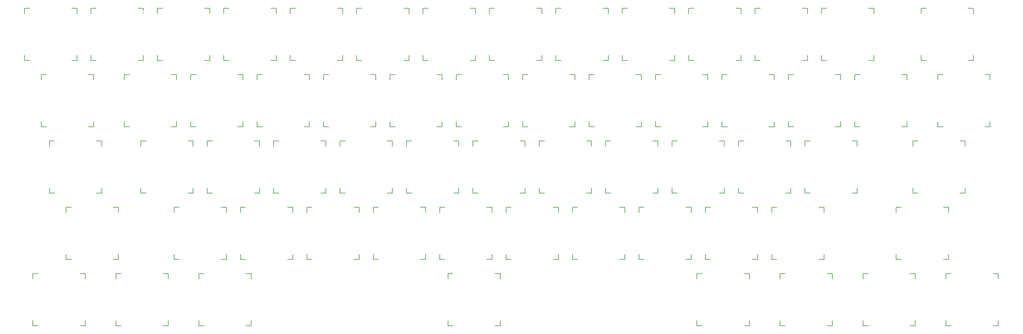
<source format=gbr>
%TF.GenerationSoftware,KiCad,Pcbnew,9.0.3*%
%TF.CreationDate,2025-08-02T20:14:01-05:00*%
%TF.ProjectId,my-keyboard,6d792d6b-6579-4626-9f61-72642e6b6963,1.0*%
%TF.SameCoordinates,Original*%
%TF.FileFunction,Legend,Top*%
%TF.FilePolarity,Positive*%
%FSLAX46Y46*%
G04 Gerber Fmt 4.6, Leading zero omitted, Abs format (unit mm)*
G04 Created by KiCad (PCBNEW 9.0.3) date 2025-08-02 20:14:01*
%MOMM*%
%LPD*%
G01*
G04 APERTURE LIST*
%ADD10C,0.140000*%
%ADD11C,1.700000*%
%ADD12C,4.000000*%
%ADD13C,3.987800*%
%ADD14R,1.700000X1.700000*%
%ADD15O,1.700000X1.700000*%
%ADD16C,3.200000*%
%ADD17C,0.650000*%
%ADD18O,1.000000X1.600000*%
%ADD19O,1.000000X2.100000*%
G04 APERTURE END LIST*
D10*
%TO.C,KEY4*%
X61252500Y-4860000D02*
X61252500Y-6360000D01*
X61252500Y-4860000D02*
X62752500Y-4860000D01*
X61252500Y-19860000D02*
X61252500Y-18360000D01*
X61252500Y-19860000D02*
X62752500Y-19860000D01*
X76252500Y-4860000D02*
X74752500Y-4860000D01*
X76252500Y-4860000D02*
X76252500Y-6360000D01*
X76252500Y-19860000D02*
X74752500Y-19860000D01*
X76252500Y-19860000D02*
X76252500Y-18360000D01*
%TO.C,KEY16*%
X32677500Y-23910000D02*
X32677500Y-25410000D01*
X32677500Y-23910000D02*
X34177500Y-23910000D01*
X32677500Y-38910000D02*
X32677500Y-37410000D01*
X32677500Y-38910000D02*
X34177500Y-38910000D01*
X47677500Y-23910000D02*
X46177500Y-23910000D01*
X47677500Y-23910000D02*
X47677500Y-25410000D01*
X47677500Y-38910000D02*
X46177500Y-38910000D01*
X47677500Y-38910000D02*
X47677500Y-37410000D01*
%TO.C,KEY47*%
X123165000Y-62010000D02*
X123165000Y-63510000D01*
X123165000Y-62010000D02*
X124665000Y-62010000D01*
X123165000Y-77010000D02*
X123165000Y-75510000D01*
X123165000Y-77010000D02*
X124665000Y-77010000D01*
X138165000Y-62010000D02*
X136665000Y-62010000D01*
X138165000Y-62010000D02*
X138165000Y-63510000D01*
X138165000Y-77010000D02*
X136665000Y-77010000D01*
X138165000Y-77010000D02*
X138165000Y-75510000D01*
%TO.C,KEY45*%
X85065000Y-62010000D02*
X85065000Y-63510000D01*
X85065000Y-62010000D02*
X86565000Y-62010000D01*
X85065000Y-77010000D02*
X85065000Y-75510000D01*
X85065000Y-77010000D02*
X86565000Y-77010000D01*
X100065000Y-62010000D02*
X98565000Y-62010000D01*
X100065000Y-62010000D02*
X100065000Y-63510000D01*
X100065000Y-77010000D02*
X98565000Y-77010000D01*
X100065000Y-77010000D02*
X100065000Y-75510000D01*
%TO.C,KEY48*%
X142215000Y-62010000D02*
X142215000Y-63510000D01*
X142215000Y-62010000D02*
X143715000Y-62010000D01*
X142215000Y-77010000D02*
X142215000Y-75510000D01*
X142215000Y-77010000D02*
X143715000Y-77010000D01*
X157215000Y-62010000D02*
X155715000Y-62010000D01*
X157215000Y-62010000D02*
X157215000Y-63510000D01*
X157215000Y-77010000D02*
X155715000Y-77010000D01*
X157215000Y-77010000D02*
X157215000Y-75510000D01*
%TO.C,KEY59*%
X220796250Y-81060000D02*
X220796250Y-82560000D01*
X220796250Y-81060000D02*
X222296250Y-81060000D01*
X220796250Y-96060000D02*
X220796250Y-94560000D01*
X220796250Y-96060000D02*
X222296250Y-96060000D01*
X235796250Y-81060000D02*
X234296250Y-81060000D01*
X235796250Y-81060000D02*
X235796250Y-82560000D01*
X235796250Y-96060000D02*
X234296250Y-96060000D01*
X235796250Y-96060000D02*
X235796250Y-94560000D01*
%TO.C,KEY21*%
X127927500Y-23910000D02*
X127927500Y-25410000D01*
X127927500Y-23910000D02*
X129427500Y-23910000D01*
X127927500Y-38910000D02*
X127927500Y-37410000D01*
X127927500Y-38910000D02*
X129427500Y-38910000D01*
X142927500Y-23910000D02*
X141427500Y-23910000D01*
X142927500Y-23910000D02*
X142927500Y-25410000D01*
X142927500Y-38910000D02*
X141427500Y-38910000D01*
X142927500Y-38910000D02*
X142927500Y-37410000D01*
%TO.C,KEY58*%
X196983750Y-81060000D02*
X196983750Y-82560000D01*
X196983750Y-81060000D02*
X198483750Y-81060000D01*
X196983750Y-96060000D02*
X196983750Y-94560000D01*
X196983750Y-96060000D02*
X198483750Y-96060000D01*
X211983750Y-81060000D02*
X210483750Y-81060000D01*
X211983750Y-81060000D02*
X211983750Y-82560000D01*
X211983750Y-96060000D02*
X210483750Y-96060000D01*
X211983750Y-96060000D02*
X211983750Y-94560000D01*
%TO.C,KEY32*%
X75540000Y-42960000D02*
X75540000Y-44460000D01*
X75540000Y-42960000D02*
X77040000Y-42960000D01*
X75540000Y-57960000D02*
X75540000Y-56460000D01*
X75540000Y-57960000D02*
X77040000Y-57960000D01*
X90540000Y-42960000D02*
X89040000Y-42960000D01*
X90540000Y-42960000D02*
X90540000Y-44460000D01*
X90540000Y-57960000D02*
X89040000Y-57960000D01*
X90540000Y-57960000D02*
X90540000Y-56460000D01*
%TO.C,KEY6*%
X99352500Y-4860000D02*
X99352500Y-6360000D01*
X99352500Y-4860000D02*
X100852500Y-4860000D01*
X99352500Y-19860000D02*
X99352500Y-18360000D01*
X99352500Y-19860000D02*
X100852500Y-19860000D01*
X114352500Y-4860000D02*
X112852500Y-4860000D01*
X114352500Y-4860000D02*
X114352500Y-6360000D01*
X114352500Y-19860000D02*
X112852500Y-19860000D01*
X114352500Y-19860000D02*
X114352500Y-18360000D01*
%TO.C,KEY53*%
X254133750Y-62010000D02*
X254133750Y-63510000D01*
X254133750Y-62010000D02*
X255633750Y-62010000D01*
X254133750Y-77010000D02*
X254133750Y-75510000D01*
X254133750Y-77010000D02*
X255633750Y-77010000D01*
X269133750Y-62010000D02*
X267633750Y-62010000D01*
X269133750Y-62010000D02*
X269133750Y-63510000D01*
X269133750Y-77010000D02*
X267633750Y-77010000D01*
X269133750Y-77010000D02*
X269133750Y-75510000D01*
%TO.C,KEY26*%
X223177500Y-23910000D02*
X223177500Y-25410000D01*
X223177500Y-23910000D02*
X224677500Y-23910000D01*
X223177500Y-38910000D02*
X223177500Y-37410000D01*
X223177500Y-38910000D02*
X224677500Y-38910000D01*
X238177500Y-23910000D02*
X236677500Y-23910000D01*
X238177500Y-23910000D02*
X238177500Y-25410000D01*
X238177500Y-38910000D02*
X236677500Y-38910000D01*
X238177500Y-38910000D02*
X238177500Y-37410000D01*
%TO.C,KEY15*%
X8865000Y-23910000D02*
X8865000Y-25410000D01*
X8865000Y-23910000D02*
X10365000Y-23910000D01*
X8865000Y-38910000D02*
X8865000Y-37410000D01*
X8865000Y-38910000D02*
X10365000Y-38910000D01*
X23865000Y-23910000D02*
X22365000Y-23910000D01*
X23865000Y-23910000D02*
X23865000Y-25410000D01*
X23865000Y-38910000D02*
X22365000Y-38910000D01*
X23865000Y-38910000D02*
X23865000Y-37410000D01*
%TO.C,KEY55*%
X30296250Y-81060000D02*
X30296250Y-82560000D01*
X30296250Y-81060000D02*
X31796250Y-81060000D01*
X30296250Y-96060000D02*
X30296250Y-94560000D01*
X30296250Y-96060000D02*
X31796250Y-96060000D01*
X45296250Y-81060000D02*
X43796250Y-81060000D01*
X45296250Y-81060000D02*
X45296250Y-82560000D01*
X45296250Y-96060000D02*
X43796250Y-96060000D01*
X45296250Y-96060000D02*
X45296250Y-94560000D01*
%TO.C,KEY29*%
X11246250Y-42960000D02*
X11246250Y-44460000D01*
X11246250Y-42960000D02*
X12746250Y-42960000D01*
X11246250Y-57960000D02*
X11246250Y-56460000D01*
X11246250Y-57960000D02*
X12746250Y-57960000D01*
X26246250Y-42960000D02*
X24746250Y-42960000D01*
X26246250Y-42960000D02*
X26246250Y-44460000D01*
X26246250Y-57960000D02*
X24746250Y-57960000D01*
X26246250Y-57960000D02*
X26246250Y-56460000D01*
%TO.C,KEY46*%
X104115000Y-62010000D02*
X104115000Y-63510000D01*
X104115000Y-62010000D02*
X105615000Y-62010000D01*
X104115000Y-77010000D02*
X104115000Y-75510000D01*
X104115000Y-77010000D02*
X105615000Y-77010000D01*
X119115000Y-62010000D02*
X117615000Y-62010000D01*
X119115000Y-62010000D02*
X119115000Y-63510000D01*
X119115000Y-77010000D02*
X117615000Y-77010000D01*
X119115000Y-77010000D02*
X119115000Y-75510000D01*
%TO.C,KEY35*%
X132690000Y-42960000D02*
X132690000Y-44460000D01*
X132690000Y-42960000D02*
X134190000Y-42960000D01*
X132690000Y-57960000D02*
X132690000Y-56460000D01*
X132690000Y-57960000D02*
X134190000Y-57960000D01*
X147690000Y-42960000D02*
X146190000Y-42960000D01*
X147690000Y-42960000D02*
X147690000Y-44460000D01*
X147690000Y-57960000D02*
X146190000Y-57960000D01*
X147690000Y-57960000D02*
X147690000Y-56460000D01*
%TO.C,KEY31*%
X56490000Y-42960000D02*
X56490000Y-44460000D01*
X56490000Y-42960000D02*
X57990000Y-42960000D01*
X56490000Y-57960000D02*
X56490000Y-56460000D01*
X56490000Y-57960000D02*
X57990000Y-57960000D01*
X71490000Y-42960000D02*
X69990000Y-42960000D01*
X71490000Y-42960000D02*
X71490000Y-44460000D01*
X71490000Y-57960000D02*
X69990000Y-57960000D01*
X71490000Y-57960000D02*
X71490000Y-56460000D01*
%TO.C,KEY19*%
X89827500Y-23910000D02*
X89827500Y-25410000D01*
X89827500Y-23910000D02*
X91327500Y-23910000D01*
X89827500Y-38910000D02*
X89827500Y-37410000D01*
X89827500Y-38910000D02*
X91327500Y-38910000D01*
X104827500Y-23910000D02*
X103327500Y-23910000D01*
X104827500Y-23910000D02*
X104827500Y-25410000D01*
X104827500Y-38910000D02*
X103327500Y-38910000D01*
X104827500Y-38910000D02*
X104827500Y-37410000D01*
%TO.C,KEY8*%
X137452500Y-4860000D02*
X137452500Y-6360000D01*
X137452500Y-4860000D02*
X138952500Y-4860000D01*
X137452500Y-19860000D02*
X137452500Y-18360000D01*
X137452500Y-19860000D02*
X138952500Y-19860000D01*
X152452500Y-4860000D02*
X150952500Y-4860000D01*
X152452500Y-4860000D02*
X152452500Y-6360000D01*
X152452500Y-19860000D02*
X150952500Y-19860000D01*
X152452500Y-19860000D02*
X152452500Y-18360000D01*
%TO.C,KEY37*%
X170790000Y-42960000D02*
X170790000Y-44460000D01*
X170790000Y-42960000D02*
X172290000Y-42960000D01*
X170790000Y-57960000D02*
X170790000Y-56460000D01*
X170790000Y-57960000D02*
X172290000Y-57960000D01*
X185790000Y-42960000D02*
X184290000Y-42960000D01*
X185790000Y-42960000D02*
X185790000Y-44460000D01*
X185790000Y-57960000D02*
X184290000Y-57960000D01*
X185790000Y-57960000D02*
X185790000Y-56460000D01*
%TO.C,KEY54*%
X6483750Y-81060000D02*
X6483750Y-82560000D01*
X6483750Y-81060000D02*
X7983750Y-81060000D01*
X6483750Y-96060000D02*
X6483750Y-94560000D01*
X6483750Y-96060000D02*
X7983750Y-96060000D01*
X21483750Y-81060000D02*
X19983750Y-81060000D01*
X21483750Y-81060000D02*
X21483750Y-82560000D01*
X21483750Y-96060000D02*
X19983750Y-96060000D01*
X21483750Y-96060000D02*
X21483750Y-94560000D01*
%TO.C,KEY23*%
X166027500Y-23910000D02*
X166027500Y-25410000D01*
X166027500Y-23910000D02*
X167527500Y-23910000D01*
X166027500Y-38910000D02*
X166027500Y-37410000D01*
X166027500Y-38910000D02*
X167527500Y-38910000D01*
X181027500Y-23910000D02*
X179527500Y-23910000D01*
X181027500Y-23910000D02*
X181027500Y-25410000D01*
X181027500Y-38910000D02*
X179527500Y-38910000D01*
X181027500Y-38910000D02*
X181027500Y-37410000D01*
%TO.C,KEY17*%
X51727500Y-23910000D02*
X51727500Y-25410000D01*
X51727500Y-23910000D02*
X53227500Y-23910000D01*
X51727500Y-38910000D02*
X51727500Y-37410000D01*
X51727500Y-38910000D02*
X53227500Y-38910000D01*
X66727500Y-23910000D02*
X65227500Y-23910000D01*
X66727500Y-23910000D02*
X66727500Y-25410000D01*
X66727500Y-38910000D02*
X65227500Y-38910000D01*
X66727500Y-38910000D02*
X66727500Y-37410000D01*
%TO.C,KEY7*%
X118402500Y-4860000D02*
X118402500Y-6360000D01*
X118402500Y-4860000D02*
X119902500Y-4860000D01*
X118402500Y-19860000D02*
X118402500Y-18360000D01*
X118402500Y-19860000D02*
X119902500Y-19860000D01*
X133402500Y-4860000D02*
X131902500Y-4860000D01*
X133402500Y-4860000D02*
X133402500Y-6360000D01*
X133402500Y-19860000D02*
X131902500Y-19860000D01*
X133402500Y-19860000D02*
X133402500Y-18360000D01*
%TO.C,KEY11*%
X194602500Y-4860000D02*
X194602500Y-6360000D01*
X194602500Y-4860000D02*
X196102500Y-4860000D01*
X194602500Y-19860000D02*
X194602500Y-18360000D01*
X194602500Y-19860000D02*
X196102500Y-19860000D01*
X209602500Y-4860000D02*
X208102500Y-4860000D01*
X209602500Y-4860000D02*
X209602500Y-6360000D01*
X209602500Y-19860000D02*
X208102500Y-19860000D01*
X209602500Y-19860000D02*
X209602500Y-18360000D01*
%TO.C,KEY60*%
X244608750Y-81060000D02*
X244608750Y-82560000D01*
X244608750Y-81060000D02*
X246108750Y-81060000D01*
X244608750Y-96060000D02*
X244608750Y-94560000D01*
X244608750Y-96060000D02*
X246108750Y-96060000D01*
X259608750Y-81060000D02*
X258108750Y-81060000D01*
X259608750Y-81060000D02*
X259608750Y-82560000D01*
X259608750Y-96060000D02*
X258108750Y-96060000D01*
X259608750Y-96060000D02*
X259608750Y-94560000D01*
%TO.C,KEY51*%
X199365000Y-62010000D02*
X199365000Y-63510000D01*
X199365000Y-62010000D02*
X200865000Y-62010000D01*
X199365000Y-77010000D02*
X199365000Y-75510000D01*
X199365000Y-77010000D02*
X200865000Y-77010000D01*
X214365000Y-62010000D02*
X212865000Y-62010000D01*
X214365000Y-62010000D02*
X214365000Y-63510000D01*
X214365000Y-77010000D02*
X212865000Y-77010000D01*
X214365000Y-77010000D02*
X214365000Y-75510000D01*
%TO.C,KEY25*%
X204127500Y-23910000D02*
X204127500Y-25410000D01*
X204127500Y-23910000D02*
X205627500Y-23910000D01*
X204127500Y-38910000D02*
X204127500Y-37410000D01*
X204127500Y-38910000D02*
X205627500Y-38910000D01*
X219127500Y-23910000D02*
X217627500Y-23910000D01*
X219127500Y-23910000D02*
X219127500Y-25410000D01*
X219127500Y-38910000D02*
X217627500Y-38910000D01*
X219127500Y-38910000D02*
X219127500Y-37410000D01*
%TO.C,KEY9*%
X156502500Y-4860000D02*
X156502500Y-6360000D01*
X156502500Y-4860000D02*
X158002500Y-4860000D01*
X156502500Y-19860000D02*
X156502500Y-18360000D01*
X156502500Y-19860000D02*
X158002500Y-19860000D01*
X171502500Y-4860000D02*
X170002500Y-4860000D01*
X171502500Y-4860000D02*
X171502500Y-6360000D01*
X171502500Y-19860000D02*
X170002500Y-19860000D01*
X171502500Y-19860000D02*
X171502500Y-18360000D01*
%TO.C,KEY30*%
X37440000Y-42960000D02*
X37440000Y-44460000D01*
X37440000Y-42960000D02*
X38940000Y-42960000D01*
X37440000Y-57960000D02*
X37440000Y-56460000D01*
X37440000Y-57960000D02*
X38940000Y-57960000D01*
X52440000Y-42960000D02*
X50940000Y-42960000D01*
X52440000Y-42960000D02*
X52440000Y-44460000D01*
X52440000Y-57960000D02*
X50940000Y-57960000D01*
X52440000Y-57960000D02*
X52440000Y-56460000D01*
%TO.C,KEY42*%
X16008750Y-62010000D02*
X16008750Y-63510000D01*
X16008750Y-62010000D02*
X17508750Y-62010000D01*
X16008750Y-77010000D02*
X16008750Y-75510000D01*
X16008750Y-77010000D02*
X17508750Y-77010000D01*
X31008750Y-62010000D02*
X29508750Y-62010000D01*
X31008750Y-62010000D02*
X31008750Y-63510000D01*
X31008750Y-77010000D02*
X29508750Y-77010000D01*
X31008750Y-77010000D02*
X31008750Y-75510000D01*
%TO.C,KEY22*%
X146977500Y-23910000D02*
X146977500Y-25410000D01*
X146977500Y-23910000D02*
X148477500Y-23910000D01*
X146977500Y-38910000D02*
X146977500Y-37410000D01*
X146977500Y-38910000D02*
X148477500Y-38910000D01*
X161977500Y-23910000D02*
X160477500Y-23910000D01*
X161977500Y-23910000D02*
X161977500Y-25410000D01*
X161977500Y-38910000D02*
X160477500Y-38910000D01*
X161977500Y-38910000D02*
X161977500Y-37410000D01*
%TO.C,KEY27*%
X242227500Y-23910000D02*
X242227500Y-25410000D01*
X242227500Y-23910000D02*
X243727500Y-23910000D01*
X242227500Y-38910000D02*
X242227500Y-37410000D01*
X242227500Y-38910000D02*
X243727500Y-38910000D01*
X257227500Y-23910000D02*
X255727500Y-23910000D01*
X257227500Y-23910000D02*
X257227500Y-25410000D01*
X257227500Y-38910000D02*
X255727500Y-38910000D01*
X257227500Y-38910000D02*
X257227500Y-37410000D01*
%TO.C,KEY33*%
X94590000Y-42960000D02*
X94590000Y-44460000D01*
X94590000Y-42960000D02*
X96090000Y-42960000D01*
X94590000Y-57960000D02*
X94590000Y-56460000D01*
X94590000Y-57960000D02*
X96090000Y-57960000D01*
X109590000Y-42960000D02*
X108090000Y-42960000D01*
X109590000Y-42960000D02*
X109590000Y-44460000D01*
X109590000Y-57960000D02*
X108090000Y-57960000D01*
X109590000Y-57960000D02*
X109590000Y-56460000D01*
%TO.C,KEY14*%
X261277500Y-4860000D02*
X261277500Y-6360000D01*
X261277500Y-4860000D02*
X262777500Y-4860000D01*
X261277500Y-19860000D02*
X261277500Y-18360000D01*
X261277500Y-19860000D02*
X262777500Y-19860000D01*
X276277500Y-4860000D02*
X274777500Y-4860000D01*
X276277500Y-4860000D02*
X276277500Y-6360000D01*
X276277500Y-19860000D02*
X274777500Y-19860000D01*
X276277500Y-19860000D02*
X276277500Y-18360000D01*
%TO.C,KEY41*%
X258896250Y-42960000D02*
X258896250Y-44460000D01*
X258896250Y-42960000D02*
X260396250Y-42960000D01*
X258896250Y-57960000D02*
X258896250Y-56460000D01*
X258896250Y-57960000D02*
X260396250Y-57960000D01*
X273896250Y-42960000D02*
X272396250Y-42960000D01*
X273896250Y-42960000D02*
X273896250Y-44460000D01*
X273896250Y-57960000D02*
X272396250Y-57960000D01*
X273896250Y-57960000D02*
X273896250Y-56460000D01*
%TO.C,KEY28*%
X266040000Y-23910000D02*
X266040000Y-25410000D01*
X266040000Y-23910000D02*
X267540000Y-23910000D01*
X266040000Y-38910000D02*
X266040000Y-37410000D01*
X266040000Y-38910000D02*
X267540000Y-38910000D01*
X281040000Y-23910000D02*
X279540000Y-23910000D01*
X281040000Y-23910000D02*
X281040000Y-25410000D01*
X281040000Y-38910000D02*
X279540000Y-38910000D01*
X281040000Y-38910000D02*
X281040000Y-37410000D01*
%TO.C,KEY18*%
X70777500Y-23910000D02*
X70777500Y-25410000D01*
X70777500Y-23910000D02*
X72277500Y-23910000D01*
X70777500Y-38910000D02*
X70777500Y-37410000D01*
X70777500Y-38910000D02*
X72277500Y-38910000D01*
X85777500Y-23910000D02*
X84277500Y-23910000D01*
X85777500Y-23910000D02*
X85777500Y-25410000D01*
X85777500Y-38910000D02*
X84277500Y-38910000D01*
X85777500Y-38910000D02*
X85777500Y-37410000D01*
%TO.C,KEY57*%
X125546250Y-81060000D02*
X125546250Y-82560000D01*
X125546250Y-81060000D02*
X127046250Y-81060000D01*
X125546250Y-96060000D02*
X125546250Y-94560000D01*
X125546250Y-96060000D02*
X127046250Y-96060000D01*
X140546250Y-81060000D02*
X139046250Y-81060000D01*
X140546250Y-81060000D02*
X140546250Y-82560000D01*
X140546250Y-96060000D02*
X139046250Y-96060000D01*
X140546250Y-96060000D02*
X140546250Y-94560000D01*
%TO.C,KEY61*%
X268421250Y-81060000D02*
X268421250Y-82560000D01*
X268421250Y-81060000D02*
X269921250Y-81060000D01*
X268421250Y-96060000D02*
X268421250Y-94560000D01*
X268421250Y-96060000D02*
X269921250Y-96060000D01*
X283421250Y-81060000D02*
X281921250Y-81060000D01*
X283421250Y-81060000D02*
X283421250Y-82560000D01*
X283421250Y-96060000D02*
X281921250Y-96060000D01*
X283421250Y-96060000D02*
X283421250Y-94560000D01*
%TO.C,KEY40*%
X227940000Y-42960000D02*
X227940000Y-44460000D01*
X227940000Y-42960000D02*
X229440000Y-42960000D01*
X227940000Y-57960000D02*
X227940000Y-56460000D01*
X227940000Y-57960000D02*
X229440000Y-57960000D01*
X242940000Y-42960000D02*
X241440000Y-42960000D01*
X242940000Y-42960000D02*
X242940000Y-44460000D01*
X242940000Y-57960000D02*
X241440000Y-57960000D01*
X242940000Y-57960000D02*
X242940000Y-56460000D01*
%TO.C,KEY5*%
X80302500Y-4860000D02*
X80302500Y-6360000D01*
X80302500Y-4860000D02*
X81802500Y-4860000D01*
X80302500Y-19860000D02*
X80302500Y-18360000D01*
X80302500Y-19860000D02*
X81802500Y-19860000D01*
X95302500Y-4860000D02*
X93802500Y-4860000D01*
X95302500Y-4860000D02*
X95302500Y-6360000D01*
X95302500Y-19860000D02*
X93802500Y-19860000D01*
X95302500Y-19860000D02*
X95302500Y-18360000D01*
%TO.C,KEY3*%
X42202500Y-4860000D02*
X42202500Y-6360000D01*
X42202500Y-4860000D02*
X43702500Y-4860000D01*
X42202500Y-19860000D02*
X42202500Y-18360000D01*
X42202500Y-19860000D02*
X43702500Y-19860000D01*
X57202500Y-4860000D02*
X55702500Y-4860000D01*
X57202500Y-4860000D02*
X57202500Y-6360000D01*
X57202500Y-19860000D02*
X55702500Y-19860000D01*
X57202500Y-19860000D02*
X57202500Y-18360000D01*
%TO.C,KEY52*%
X218415000Y-62010000D02*
X218415000Y-63510000D01*
X218415000Y-62010000D02*
X219915000Y-62010000D01*
X218415000Y-77010000D02*
X218415000Y-75510000D01*
X218415000Y-77010000D02*
X219915000Y-77010000D01*
X233415000Y-62010000D02*
X231915000Y-62010000D01*
X233415000Y-62010000D02*
X233415000Y-63510000D01*
X233415000Y-77010000D02*
X231915000Y-77010000D01*
X233415000Y-77010000D02*
X233415000Y-75510000D01*
%TO.C,KEY56*%
X54108750Y-81060000D02*
X54108750Y-82560000D01*
X54108750Y-81060000D02*
X55608750Y-81060000D01*
X54108750Y-96060000D02*
X54108750Y-94560000D01*
X54108750Y-96060000D02*
X55608750Y-96060000D01*
X69108750Y-81060000D02*
X67608750Y-81060000D01*
X69108750Y-81060000D02*
X69108750Y-82560000D01*
X69108750Y-96060000D02*
X67608750Y-96060000D01*
X69108750Y-96060000D02*
X69108750Y-94560000D01*
%TO.C,KEY20*%
X108877500Y-23910000D02*
X108877500Y-25410000D01*
X108877500Y-23910000D02*
X110377500Y-23910000D01*
X108877500Y-38910000D02*
X108877500Y-37410000D01*
X108877500Y-38910000D02*
X110377500Y-38910000D01*
X123877500Y-23910000D02*
X122377500Y-23910000D01*
X123877500Y-23910000D02*
X123877500Y-25410000D01*
X123877500Y-38910000D02*
X122377500Y-38910000D01*
X123877500Y-38910000D02*
X123877500Y-37410000D01*
%TO.C,KEY12*%
X213652500Y-4860000D02*
X213652500Y-6360000D01*
X213652500Y-4860000D02*
X215152500Y-4860000D01*
X213652500Y-19860000D02*
X213652500Y-18360000D01*
X213652500Y-19860000D02*
X215152500Y-19860000D01*
X228652500Y-4860000D02*
X227152500Y-4860000D01*
X228652500Y-4860000D02*
X228652500Y-6360000D01*
X228652500Y-19860000D02*
X227152500Y-19860000D01*
X228652500Y-19860000D02*
X228652500Y-18360000D01*
%TO.C,KEY39*%
X208890000Y-42960000D02*
X208890000Y-44460000D01*
X208890000Y-42960000D02*
X210390000Y-42960000D01*
X208890000Y-57960000D02*
X208890000Y-56460000D01*
X208890000Y-57960000D02*
X210390000Y-57960000D01*
X223890000Y-42960000D02*
X222390000Y-42960000D01*
X223890000Y-42960000D02*
X223890000Y-44460000D01*
X223890000Y-57960000D02*
X222390000Y-57960000D01*
X223890000Y-57960000D02*
X223890000Y-56460000D01*
%TO.C,KEY1*%
X4102500Y-4860000D02*
X4102500Y-6360000D01*
X4102500Y-4860000D02*
X5602500Y-4860000D01*
X4102500Y-19860000D02*
X4102500Y-18360000D01*
X4102500Y-19860000D02*
X5602500Y-19860000D01*
X19102500Y-4860000D02*
X17602500Y-4860000D01*
X19102500Y-4860000D02*
X19102500Y-6360000D01*
X19102500Y-19860000D02*
X17602500Y-19860000D01*
X19102500Y-19860000D02*
X19102500Y-18360000D01*
%TO.C,KEY24*%
X185077500Y-23910000D02*
X185077500Y-25410000D01*
X185077500Y-23910000D02*
X186577500Y-23910000D01*
X185077500Y-38910000D02*
X185077500Y-37410000D01*
X185077500Y-38910000D02*
X186577500Y-38910000D01*
X200077500Y-23910000D02*
X198577500Y-23910000D01*
X200077500Y-23910000D02*
X200077500Y-25410000D01*
X200077500Y-38910000D02*
X198577500Y-38910000D01*
X200077500Y-38910000D02*
X200077500Y-37410000D01*
%TO.C,KEY43*%
X46965000Y-62010000D02*
X46965000Y-63510000D01*
X46965000Y-62010000D02*
X48465000Y-62010000D01*
X46965000Y-77010000D02*
X46965000Y-75510000D01*
X46965000Y-77010000D02*
X48465000Y-77010000D01*
X61965000Y-62010000D02*
X60465000Y-62010000D01*
X61965000Y-62010000D02*
X61965000Y-63510000D01*
X61965000Y-77010000D02*
X60465000Y-77010000D01*
X61965000Y-77010000D02*
X61965000Y-75510000D01*
%TO.C,KEY50*%
X180315000Y-62010000D02*
X180315000Y-63510000D01*
X180315000Y-62010000D02*
X181815000Y-62010000D01*
X180315000Y-77010000D02*
X180315000Y-75510000D01*
X180315000Y-77010000D02*
X181815000Y-77010000D01*
X195315000Y-62010000D02*
X193815000Y-62010000D01*
X195315000Y-62010000D02*
X195315000Y-63510000D01*
X195315000Y-77010000D02*
X193815000Y-77010000D01*
X195315000Y-77010000D02*
X195315000Y-75510000D01*
%TO.C,KEY13*%
X232702500Y-4860000D02*
X232702500Y-6360000D01*
X232702500Y-4860000D02*
X234202500Y-4860000D01*
X232702500Y-19860000D02*
X232702500Y-18360000D01*
X232702500Y-19860000D02*
X234202500Y-19860000D01*
X247702500Y-4860000D02*
X246202500Y-4860000D01*
X247702500Y-4860000D02*
X247702500Y-6360000D01*
X247702500Y-19860000D02*
X246202500Y-19860000D01*
X247702500Y-19860000D02*
X247702500Y-18360000D01*
%TO.C,KEY10*%
X175552500Y-4860000D02*
X175552500Y-6360000D01*
X175552500Y-4860000D02*
X177052500Y-4860000D01*
X175552500Y-19860000D02*
X175552500Y-18360000D01*
X175552500Y-19860000D02*
X177052500Y-19860000D01*
X190552500Y-4860000D02*
X189052500Y-4860000D01*
X190552500Y-4860000D02*
X190552500Y-6360000D01*
X190552500Y-19860000D02*
X189052500Y-19860000D01*
X190552500Y-19860000D02*
X190552500Y-18360000D01*
%TO.C,KEY49*%
X161265000Y-62010000D02*
X161265000Y-63510000D01*
X161265000Y-62010000D02*
X162765000Y-62010000D01*
X161265000Y-77010000D02*
X161265000Y-75510000D01*
X161265000Y-77010000D02*
X162765000Y-77010000D01*
X176265000Y-62010000D02*
X174765000Y-62010000D01*
X176265000Y-62010000D02*
X176265000Y-63510000D01*
X176265000Y-77010000D02*
X174765000Y-77010000D01*
X176265000Y-77010000D02*
X176265000Y-75510000D01*
%TO.C,KEY2*%
X23152500Y-4860000D02*
X23152500Y-6360000D01*
X23152500Y-4860000D02*
X24652500Y-4860000D01*
X23152500Y-19860000D02*
X23152500Y-18360000D01*
X23152500Y-19860000D02*
X24652500Y-19860000D01*
X38152500Y-4860000D02*
X36652500Y-4860000D01*
X38152500Y-4860000D02*
X38152500Y-6360000D01*
X38152500Y-19860000D02*
X36652500Y-19860000D01*
X38152500Y-19860000D02*
X38152500Y-18360000D01*
%TO.C,KEY38*%
X189840000Y-42960000D02*
X189840000Y-44460000D01*
X189840000Y-42960000D02*
X191340000Y-42960000D01*
X189840000Y-57960000D02*
X189840000Y-56460000D01*
X189840000Y-57960000D02*
X191340000Y-57960000D01*
X204840000Y-42960000D02*
X203340000Y-42960000D01*
X204840000Y-42960000D02*
X204840000Y-44460000D01*
X204840000Y-57960000D02*
X203340000Y-57960000D01*
X204840000Y-57960000D02*
X204840000Y-56460000D01*
%TO.C,KEY44*%
X66015000Y-62010000D02*
X66015000Y-63510000D01*
X66015000Y-62010000D02*
X67515000Y-62010000D01*
X66015000Y-77010000D02*
X66015000Y-75510000D01*
X66015000Y-77010000D02*
X67515000Y-77010000D01*
X81015000Y-62010000D02*
X79515000Y-62010000D01*
X81015000Y-62010000D02*
X81015000Y-63510000D01*
X81015000Y-77010000D02*
X79515000Y-77010000D01*
X81015000Y-77010000D02*
X81015000Y-75510000D01*
%TO.C,KEY34*%
X113640000Y-42960000D02*
X113640000Y-44460000D01*
X113640000Y-42960000D02*
X115140000Y-42960000D01*
X113640000Y-57960000D02*
X113640000Y-56460000D01*
X113640000Y-57960000D02*
X115140000Y-57960000D01*
X128640000Y-42960000D02*
X127140000Y-42960000D01*
X128640000Y-42960000D02*
X128640000Y-44460000D01*
X128640000Y-57960000D02*
X127140000Y-57960000D01*
X128640000Y-57960000D02*
X128640000Y-56460000D01*
%TO.C,KEY36*%
X151740000Y-42960000D02*
X151740000Y-44460000D01*
X151740000Y-42960000D02*
X153240000Y-42960000D01*
X151740000Y-57960000D02*
X151740000Y-56460000D01*
X151740000Y-57960000D02*
X153240000Y-57960000D01*
X166740000Y-42960000D02*
X165240000Y-42960000D01*
X166740000Y-42960000D02*
X166740000Y-44460000D01*
X166740000Y-57960000D02*
X165240000Y-57960000D01*
X166740000Y-57960000D02*
X166740000Y-56460000D01*
%TD*%
%LPC*%
D11*
%TO.C,KEY4*%
X63672500Y-12360000D03*
D12*
X68752500Y-12360000D03*
D11*
X73832500Y-12360000D03*
%TD*%
D13*
%TO.C,S41*%
X278302500Y-42205000D03*
X254490000Y-42205000D03*
%TD*%
D11*
%TO.C,KEY16*%
X35097500Y-31410000D03*
D12*
X40177500Y-31410000D03*
D11*
X45257500Y-31410000D03*
%TD*%
%TO.C,KEY47*%
X125585000Y-69510000D03*
D12*
X130665000Y-69510000D03*
D11*
X135745000Y-69510000D03*
%TD*%
%TO.C,KEY45*%
X87485000Y-69510000D03*
D12*
X92565000Y-69510000D03*
D11*
X97645000Y-69510000D03*
%TD*%
%TO.C,KEY48*%
X144635000Y-69510000D03*
D12*
X149715000Y-69510000D03*
D11*
X154795000Y-69510000D03*
%TD*%
%TO.C,KEY59*%
X223216250Y-88560000D03*
D12*
X228296250Y-88560000D03*
D11*
X233376250Y-88560000D03*
%TD*%
%TO.C,KEY21*%
X130347500Y-31410000D03*
D12*
X135427500Y-31410000D03*
D11*
X140507500Y-31410000D03*
%TD*%
%TO.C,KEY58*%
X199403750Y-88560000D03*
D12*
X204483750Y-88560000D03*
D11*
X209563750Y-88560000D03*
%TD*%
%TO.C,KEY32*%
X77960000Y-50460000D03*
D12*
X83040000Y-50460000D03*
D11*
X88120000Y-50460000D03*
%TD*%
%TO.C,KEY6*%
X101772500Y-12360000D03*
D12*
X106852500Y-12360000D03*
D11*
X111932500Y-12360000D03*
%TD*%
%TO.C,KEY53*%
X256553750Y-69510000D03*
D12*
X261633750Y-69510000D03*
D11*
X266713750Y-69510000D03*
%TD*%
%TO.C,KEY26*%
X225597500Y-31410000D03*
D12*
X230677500Y-31410000D03*
D11*
X235757500Y-31410000D03*
%TD*%
%TO.C,KEY15*%
X11285000Y-31410000D03*
D12*
X16365000Y-31410000D03*
D11*
X21445000Y-31410000D03*
%TD*%
%TO.C,KEY55*%
X32716250Y-88560000D03*
D12*
X37796250Y-88560000D03*
D11*
X42876250Y-88560000D03*
%TD*%
%TO.C,KEY29*%
X13666250Y-50460000D03*
D12*
X18746250Y-50460000D03*
D11*
X23826250Y-50460000D03*
%TD*%
%TO.C,KEY46*%
X106535000Y-69510000D03*
D12*
X111615000Y-69510000D03*
D11*
X116695000Y-69510000D03*
%TD*%
%TO.C,KEY35*%
X135110000Y-50460000D03*
D12*
X140190000Y-50460000D03*
D11*
X145270000Y-50460000D03*
%TD*%
%TO.C,KEY31*%
X58910000Y-50460000D03*
D12*
X63990000Y-50460000D03*
D11*
X69070000Y-50460000D03*
%TD*%
%TO.C,KEY19*%
X92247500Y-31410000D03*
D12*
X97327500Y-31410000D03*
D11*
X102407500Y-31410000D03*
%TD*%
%TO.C,KEY8*%
X139872500Y-12360000D03*
D12*
X144952500Y-12360000D03*
D11*
X150032500Y-12360000D03*
%TD*%
%TO.C,KEY37*%
X173210000Y-50460000D03*
D12*
X178290000Y-50460000D03*
D11*
X183370000Y-50460000D03*
%TD*%
D13*
%TO.C,S57*%
X183052500Y-80305000D03*
X83040000Y-80305000D03*
%TD*%
D11*
%TO.C,KEY54*%
X8903750Y-88560000D03*
D12*
X13983750Y-88560000D03*
D11*
X19063750Y-88560000D03*
%TD*%
%TO.C,KEY23*%
X168447500Y-31410000D03*
D12*
X173527500Y-31410000D03*
D11*
X178607500Y-31410000D03*
%TD*%
%TO.C,KEY17*%
X54147500Y-31410000D03*
D12*
X59227500Y-31410000D03*
D11*
X64307500Y-31410000D03*
%TD*%
%TO.C,KEY7*%
X120822500Y-12360000D03*
D12*
X125902500Y-12360000D03*
D11*
X130982500Y-12360000D03*
%TD*%
%TO.C,KEY11*%
X197022500Y-12360000D03*
D12*
X202102500Y-12360000D03*
D11*
X207182500Y-12360000D03*
%TD*%
%TO.C,KEY60*%
X247028750Y-88560000D03*
D12*
X252108750Y-88560000D03*
D11*
X257188750Y-88560000D03*
%TD*%
%TO.C,KEY51*%
X201785000Y-69510000D03*
D12*
X206865000Y-69510000D03*
D11*
X211945000Y-69510000D03*
%TD*%
%TO.C,KEY25*%
X206547500Y-31410000D03*
D12*
X211627500Y-31410000D03*
D11*
X216707500Y-31410000D03*
%TD*%
%TO.C,KEY9*%
X158922500Y-12360000D03*
D12*
X164002500Y-12360000D03*
D11*
X169082500Y-12360000D03*
%TD*%
D13*
%TO.C,S42*%
X11602500Y-77765000D03*
X35415000Y-77765000D03*
%TD*%
D11*
%TO.C,KEY30*%
X39860000Y-50460000D03*
D12*
X44940000Y-50460000D03*
D11*
X50020000Y-50460000D03*
%TD*%
%TO.C,KEY42*%
X18428750Y-69510000D03*
D12*
X23508750Y-69510000D03*
D11*
X28588750Y-69510000D03*
%TD*%
%TO.C,KEY22*%
X149397500Y-31410000D03*
D12*
X154477500Y-31410000D03*
D11*
X159557500Y-31410000D03*
%TD*%
D13*
%TO.C,S53*%
X249727500Y-77765000D03*
X273540000Y-77765000D03*
%TD*%
D11*
%TO.C,KEY27*%
X244647500Y-31410000D03*
D12*
X249727500Y-31410000D03*
D11*
X254807500Y-31410000D03*
%TD*%
%TO.C,KEY33*%
X97010000Y-50460000D03*
D12*
X102090000Y-50460000D03*
D11*
X107170000Y-50460000D03*
%TD*%
%TO.C,KEY14*%
X263697500Y-12360000D03*
D12*
X268777500Y-12360000D03*
D11*
X273857500Y-12360000D03*
%TD*%
%TO.C,KEY41*%
X261316250Y-50460000D03*
D12*
X266396250Y-50460000D03*
D11*
X271476250Y-50460000D03*
%TD*%
%TO.C,KEY28*%
X268460000Y-31410000D03*
D12*
X273540000Y-31410000D03*
D11*
X278620000Y-31410000D03*
%TD*%
%TO.C,KEY18*%
X73197500Y-31410000D03*
D12*
X78277500Y-31410000D03*
D11*
X83357500Y-31410000D03*
%TD*%
%TO.C,KEY57*%
X127966250Y-88560000D03*
D12*
X133046250Y-88560000D03*
D11*
X138126250Y-88560000D03*
%TD*%
%TO.C,KEY61*%
X270841250Y-88560000D03*
D12*
X275921250Y-88560000D03*
D11*
X281001250Y-88560000D03*
%TD*%
%TO.C,KEY40*%
X230360000Y-50460000D03*
D12*
X235440000Y-50460000D03*
D11*
X240520000Y-50460000D03*
%TD*%
%TO.C,KEY5*%
X82722500Y-12360000D03*
D12*
X87802500Y-12360000D03*
D11*
X92882500Y-12360000D03*
%TD*%
D13*
%TO.C,S14*%
X256871250Y-20615000D03*
X280683750Y-20615000D03*
%TD*%
D11*
%TO.C,KEY3*%
X44622500Y-12360000D03*
D12*
X49702500Y-12360000D03*
D11*
X54782500Y-12360000D03*
%TD*%
%TO.C,KEY52*%
X220835000Y-69510000D03*
D12*
X225915000Y-69510000D03*
D11*
X230995000Y-69510000D03*
%TD*%
%TO.C,KEY56*%
X56528750Y-88560000D03*
D12*
X61608750Y-88560000D03*
D11*
X66688750Y-88560000D03*
%TD*%
%TO.C,KEY20*%
X111297500Y-31410000D03*
D12*
X116377500Y-31410000D03*
D11*
X121457500Y-31410000D03*
%TD*%
%TO.C,KEY12*%
X216072500Y-12360000D03*
D12*
X221152500Y-12360000D03*
D11*
X226232500Y-12360000D03*
%TD*%
%TO.C,KEY39*%
X211310000Y-50460000D03*
D12*
X216390000Y-50460000D03*
D11*
X221470000Y-50460000D03*
%TD*%
%TO.C,KEY1*%
X6522500Y-12360000D03*
D12*
X11602500Y-12360000D03*
D11*
X16682500Y-12360000D03*
%TD*%
%TO.C,KEY24*%
X187497500Y-31410000D03*
D12*
X192577500Y-31410000D03*
D11*
X197657500Y-31410000D03*
%TD*%
%TO.C,KEY43*%
X49385000Y-69510000D03*
D12*
X54465000Y-69510000D03*
D11*
X59545000Y-69510000D03*
%TD*%
%TO.C,KEY50*%
X182735000Y-69510000D03*
D12*
X187815000Y-69510000D03*
D11*
X192895000Y-69510000D03*
%TD*%
%TO.C,KEY13*%
X235122500Y-12360000D03*
D12*
X240202500Y-12360000D03*
D11*
X245282500Y-12360000D03*
%TD*%
%TO.C,KEY10*%
X177972500Y-12360000D03*
D12*
X183052500Y-12360000D03*
D11*
X188132500Y-12360000D03*
%TD*%
%TO.C,KEY49*%
X163685000Y-69510000D03*
D12*
X168765000Y-69510000D03*
D11*
X173845000Y-69510000D03*
%TD*%
%TO.C,KEY2*%
X25572500Y-12360000D03*
D12*
X30652500Y-12360000D03*
D11*
X35732500Y-12360000D03*
%TD*%
%TO.C,KEY38*%
X192260000Y-50460000D03*
D12*
X197340000Y-50460000D03*
D11*
X202420000Y-50460000D03*
%TD*%
%TO.C,KEY44*%
X68435000Y-69510000D03*
D12*
X73515000Y-69510000D03*
D11*
X78595000Y-69510000D03*
%TD*%
%TO.C,KEY34*%
X116060000Y-50460000D03*
D12*
X121140000Y-50460000D03*
D11*
X126220000Y-50460000D03*
%TD*%
%TO.C,KEY36*%
X154160000Y-50460000D03*
D12*
X159240000Y-50460000D03*
D11*
X164320000Y-50460000D03*
%TD*%
D14*
%TO.C,J2*%
X117420000Y-93500000D03*
D15*
X117420000Y-96040000D03*
X119960000Y-93500000D03*
X119960000Y-96040000D03*
X122500000Y-93500000D03*
X122500000Y-96040000D03*
%TD*%
D16*
%TO.C,H2*%
X27500000Y-38000000D03*
%TD*%
%TO.C,H1*%
X150000000Y-42000000D03*
%TD*%
%TO.C,H5*%
X192000000Y-88000000D03*
%TD*%
D17*
%TO.C,J1*%
X39110000Y-5600000D03*
X44890000Y-5600000D03*
D18*
X37680000Y-1950000D03*
D19*
X37680000Y-6130000D03*
D18*
X46320000Y-1950000D03*
D19*
X46320000Y-6130000D03*
%TD*%
D16*
%TO.C,H4*%
X4500000Y-55000000D03*
%TD*%
%TO.C,H3*%
X284000000Y-55000000D03*
%TD*%
%LPD*%
M02*

</source>
